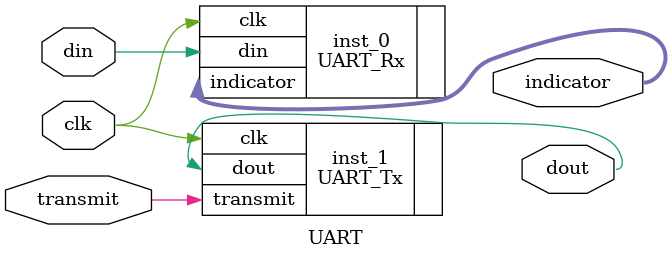
<source format=v>
module UART(clk,din,transmit, indicator,dout);

input         clk, din;
input         transmit;
output  [7:0] indicator;
output        dout;


UART_Rx inst_0(.din(din),             .clk(clk),   .indicator(indicator));
UART_Tx inst_1(.transmit(transmit),   .clk(clk),   . dout(dout));

endmodule

</source>
